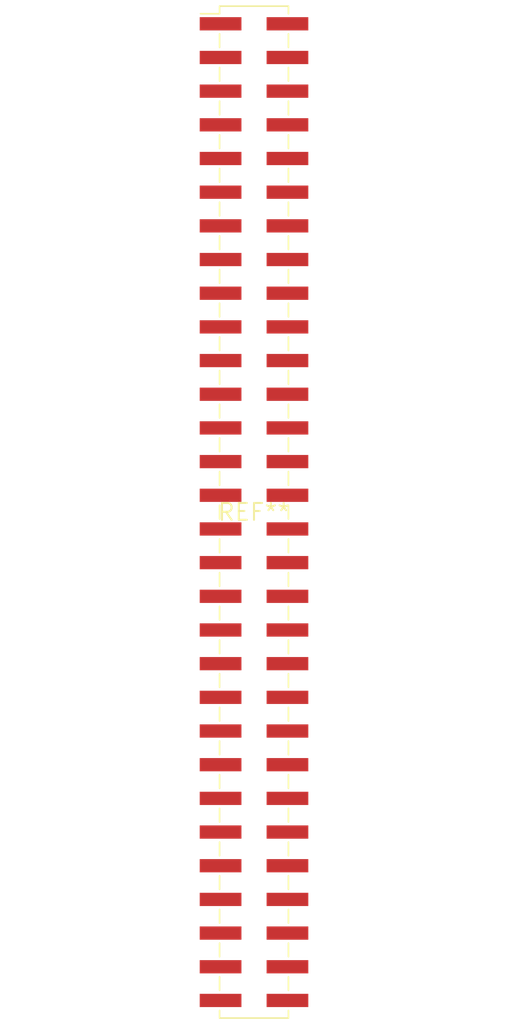
<source format=kicad_pcb>
(kicad_pcb (version 20240108) (generator pcbnew)
  (layers (0 "F.Cu" signal) (31 "B.Cu" signal) (34 "B.Paste" user) (35 "F.Paste" user) (36 "B.SilkS" user "B.Silkscreen") (37 "F.SilkS" user "F.Silkscreen") (38 "B.Mask" user) (39 "F.Mask" user) (44 "Edge.Cuts" user))
  (net 0 "")
  (footprint "PinHeader_2x30_P2.54mm_Vertical_SMD" (layer "F.Cu") (at 0 0)
    (property "Reference" "REF**")
    (property "Value" "PinHeader_2x30_P2.54mm_Vertical_SMD")
    (fp_line (start -4.04 -37.59) (end -2.6 -37.59) (layer "F.SilkS") (stroke (width 0.12)))
    (fp_line (start -2.6 -38.16) (end -2.6 -37.59) (layer "F.SilkS") (stroke (width 0.12)))
    (fp_line (start -2.6 -38.16) (end 2.6 -38.16) (layer "F.SilkS") (stroke (width 0.12)))
    (fp_line (start -2.6 -36.07) (end -2.6 -35.05) (layer "F.SilkS") (stroke (width 0.12)))
    (fp_line (start -2.6 -33.53) (end -2.6 -32.51) (layer "F.SilkS") (stroke (width 0.12)))
    (fp_line (start -2.6 -30.99) (end -2.6 -29.97) (layer "F.SilkS") (stroke (width 0.12)))
    (fp_line (start -2.6 -28.45) (end -2.6 -27.43) (layer "F.SilkS") (stroke (width 0.12)))
    (fp_line (start -2.6 -25.91) (end -2.6 -24.89) (layer "F.SilkS") (stroke (width 0.12)))
    (fp_line (start -2.6 -23.37) (end -2.6 -22.35) (layer "F.SilkS") (stroke (width 0.12)))
    (fp_line (start -2.6 -20.83) (end -2.6 -19.81) (layer "F.SilkS") (stroke (width 0.12)))
    (fp_line (start -2.6 -18.29) (end -2.6 -17.27) (layer "F.SilkS") (stroke (width 0.12)))
    (fp_line (start -2.6 -15.75) (end -2.6 -14.73) (layer "F.SilkS") (stroke (width 0.12)))
    (fp_line (start -2.6 -13.21) (end -2.6 -12.19) (layer "F.SilkS") (stroke (width 0.12)))
    (fp_line (start -2.6 -10.67) (end -2.6 -9.65) (layer "F.SilkS") (stroke (width 0.12)))
    (fp_line (start -2.6 -8.13) (end -2.6 -7.11) (layer "F.SilkS") (stroke (width 0.12)))
    (fp_line (start -2.6 -5.59) (end -2.6 -4.57) (layer "F.SilkS") (stroke (width 0.12)))
    (fp_line (start -2.6 -3.05) (end -2.6 -2.03) (layer "F.SilkS") (stroke (width 0.12)))
    (fp_line (start -2.6 -0.51) (end -2.6 0.51) (layer "F.SilkS") (stroke (width 0.12)))
    (fp_line (start -2.6 2.03) (end -2.6 3.05) (layer "F.SilkS") (stroke (width 0.12)))
    (fp_line (start -2.6 4.57) (end -2.6 5.59) (layer "F.SilkS") (stroke (width 0.12)))
    (fp_line (start -2.6 7.11) (end -2.6 8.13) (layer "F.SilkS") (stroke (width 0.12)))
    (fp_line (start -2.6 9.65) (end -2.6 10.67) (layer "F.SilkS") (stroke (width 0.12)))
    (fp_line (start -2.6 12.19) (end -2.6 13.21) (layer "F.SilkS") (stroke (width 0.12)))
    (fp_line (start -2.6 14.73) (end -2.6 15.75) (layer "F.SilkS") (stroke (width 0.12)))
    (fp_line (start -2.6 17.27) (end -2.6 18.29) (layer "F.SilkS") (stroke (width 0.12)))
    (fp_line (start -2.6 19.81) (end -2.6 20.83) (layer "F.SilkS") (stroke (width 0.12)))
    (fp_line (start -2.6 22.35) (end -2.6 23.37) (layer "F.SilkS") (stroke (width 0.12)))
    (fp_line (start -2.6 24.89) (end -2.6 25.91) (layer "F.SilkS") (stroke (width 0.12)))
    (fp_line (start -2.6 27.43) (end -2.6 28.45) (layer "F.SilkS") (stroke (width 0.12)))
    (fp_line (start -2.6 29.97) (end -2.6 30.99) (layer "F.SilkS") (stroke (width 0.12)))
    (fp_line (start -2.6 32.51) (end -2.6 33.53) (layer "F.SilkS") (stroke (width 0.12)))
    (fp_line (start -2.6 35.05) (end -2.6 36.07) (layer "F.SilkS") (stroke (width 0.12)))
    (fp_line (start -2.6 37.59) (end -2.6 38.16) (layer "F.SilkS") (stroke (width 0.12)))
    (fp_line (start -2.6 38.16) (end 2.6 38.16) (layer "F.SilkS") (stroke (width 0.12)))
    (fp_line (start 2.6 -38.16) (end 2.6 -37.59) (layer "F.SilkS") (stroke (width 0.12)))
    (fp_line (start 2.6 -36.07) (end 2.6 -35.05) (layer "F.SilkS") (stroke (width 0.12)))
    (fp_line (start 2.6 -33.53) (end 2.6 -32.51) (layer "F.SilkS") (stroke (width 0.12)))
    (fp_line (start 2.6 -30.99) (end 2.6 -29.97) (layer "F.SilkS") (stroke (width 0.12)))
    (fp_line (start 2.6 -28.45) (end 2.6 -27.43) (layer "F.SilkS") (stroke (width 0.12)))
    (fp_line (start 2.6 -25.91) (end 2.6 -24.89) (layer "F.SilkS") (stroke (width 0.12)))
    (fp_line (start 2.6 -23.37) (end 2.6 -22.35) (layer "F.SilkS") (stroke (width 0.12)))
    (fp_line (start 2.6 -20.83) (end 2.6 -19.81) (layer "F.SilkS") (stroke (width 0.12)))
    (fp_line (start 2.6 -18.29) (end 2.6 -17.27) (layer "F.SilkS") (stroke (width 0.12)))
    (fp_line (start 2.6 -15.75) (end 2.6 -14.73) (layer "F.SilkS") (stroke (width 0.12)))
    (fp_line (start 2.6 -13.21) (end 2.6 -12.19) (layer "F.SilkS") (stroke (width 0.12)))
    (fp_line (start 2.6 -10.67) (end 2.6 -9.65) (layer "F.SilkS") (stroke (width 0.12)))
    (fp_line (start 2.6 -8.13) (end 2.6 -7.11) (layer "F.SilkS") (stroke (width 0.12)))
    (fp_line (start 2.6 -5.59) (end 2.6 -4.57) (layer "F.SilkS") (stroke (width 0.12)))
    (fp_line (start 2.6 -3.05) (end 2.6 -2.03) (layer "F.SilkS") (stroke (width 0.12)))
    (fp_line (start 2.6 -0.51) (end 2.6 0.51) (layer "F.SilkS") (stroke (width 0.12)))
    (fp_line (start 2.6 2.03) (end 2.6 3.05) (layer "F.SilkS") (stroke (width 0.12)))
    (fp_line (start 2.6 4.57) (end 2.6 5.59) (layer "F.SilkS") (stroke (width 0.12)))
    (fp_line (start 2.6 7.11) (end 2.6 8.13) (layer "F.SilkS") (stroke (width 0.12)))
    (fp_line (start 2.6 9.65) (end 2.6 10.67) (layer "F.SilkS") (stroke (width 0.12)))
    (fp_line (start 2.6 12.19) (end 2.6 13.21) (layer "F.SilkS") (stroke (width 0.12)))
    (fp_line (start 2.6 14.73) (end 2.6 15.75) (layer "F.SilkS") (stroke (width 0.12)))
    (fp_line (start 2.6 17.27) (end 2.6 18.29) (layer "F.SilkS") (stroke (width 0.12)))
    (fp_line (start 2.6 19.81) (end 2.6 20.83) (layer "F.SilkS") (stroke (width 0.12)))
    (fp_line (start 2.6 22.35) (end 2.6 23.37) (layer "F.SilkS") (stroke (width 0.12)))
    (fp_line (start 2.6 24.89) (end 2.6 25.91) (layer "F.SilkS") (stroke (width 0.12)))
    (fp_line (start 2.6 27.43) (end 2.6 28.45) (layer "F.SilkS") (stroke (width 0.12)))
    (fp_line (start 2.6 29.97) (end 2.6 30.99) (layer "F.SilkS") (stroke (width 0.12)))
    (fp_line (start 2.6 32.51) (end 2.6 33.53) (layer "F.SilkS") (stroke (width 0.12)))
    (fp_line (start 2.6 35.05) (end 2.6 36.07) (layer "F.SilkS") (stroke (width 0.12)))
    (fp_line (start 2.6 37.59) (end 2.6 38.16) (layer "F.SilkS") (stroke (width 0.12)))
    (pad "1" smd rect (at -2.525 -36.83) (size 3.15 1) (layers "F.Cu" "F.Paste" "F.Mask"))
    (pad "2" smd rect (at 2.525 -36.83) (size 3.15 1) (layers "F.Cu" "F.Paste" "F.Mask"))
    (pad "3" smd rect (at -2.525 -34.29) (size 3.15 1) (layers "F.Cu" "F.Paste" "F.Mask"))
    (pad "4" smd rect (at 2.525 -34.29) (size 3.15 1) (layers "F.Cu" "F.Paste" "F.Mask"))
    (pad "5" smd rect (at -2.525 -31.75) (size 3.15 1) (layers "F.Cu" "F.Paste" "F.Mask"))
    (pad "6" smd rect (at 2.525 -31.75) (size 3.15 1) (layers "F.Cu" "F.Paste" "F.Mask"))
    (pad "7" smd rect (at -2.525 -29.21) (size 3.15 1) (layers "F.Cu" "F.Paste" "F.Mask"))
    (pad "8" smd rect (at 2.525 -29.21) (size 3.15 1) (layers "F.Cu" "F.Paste" "F.Mask"))
    (pad "9" smd rect (at -2.525 -26.67) (size 3.15 1) (layers "F.Cu" "F.Paste" "F.Mask"))
    (pad "10" smd rect (at 2.525 -26.67) (size 3.15 1) (layers "F.Cu" "F.Paste" "F.Mask"))
    (pad "11" smd rect (at -2.525 -24.13) (size 3.15 1) (layers "F.Cu" "F.Paste" "F.Mask"))
    (pad "12" smd rect (at 2.525 -24.13) (size 3.15 1) (layers "F.Cu" "F.Paste" "F.Mask"))
    (pad "13" smd rect (at -2.525 -21.59) (size 3.15 1) (layers "F.Cu" "F.Paste" "F.Mask"))
    (pad "14" smd rect (at 2.525 -21.59) (size 3.15 1) (layers "F.Cu" "F.Paste" "F.Mask"))
    (pad "15" smd rect (at -2.525 -19.05) (size 3.15 1) (layers "F.Cu" "F.Paste" "F.Mask"))
    (pad "16" smd rect (at 2.525 -19.05) (size 3.15 1) (layers "F.Cu" "F.Paste" "F.Mask"))
    (pad "17" smd rect (at -2.525 -16.51) (size 3.15 1) (layers "F.Cu" "F.Paste" "F.Mask"))
    (pad "18" smd rect (at 2.525 -16.51) (size 3.15 1) (layers "F.Cu" "F.Paste" "F.Mask"))
    (pad "19" smd rect (at -2.525 -13.97) (size 3.15 1) (layers "F.Cu" "F.Paste" "F.Mask"))
    (pad "20" smd rect (at 2.525 -13.97) (size 3.15 1) (layers "F.Cu" "F.Paste" "F.Mask"))
    (pad "21" smd rect (at -2.525 -11.43) (size 3.15 1) (layers "F.Cu" "F.Paste" "F.Mask"))
    (pad "22" smd rect (at 2.525 -11.43) (size 3.15 1) (layers "F.Cu" "F.Paste" "F.Mask"))
    (pad "23" smd rect (at -2.525 -8.89) (size 3.15 1) (layers "F.Cu" "F.Paste" "F.Mask"))
    (pad "24" smd rect (at 2.525 -8.89) (size 3.15 1) (layers "F.Cu" "F.Paste" "F.Mask"))
    (pad "25" smd rect (at -2.525 -6.35) (size 3.15 1) (layers "F.Cu" "F.Paste" "F.Mask"))
    (pad "26" smd rect (at 2.525 -6.35) (size 3.15 1) (layers "F.Cu" "F.Paste" "F.Mask"))
    (pad "27" smd rect (at -2.525 -3.81) (size 3.15 1) (layers "F.Cu" "F.Paste" "F.Mask"))
    (pad "28" smd rect (at 2.525 -3.81) (size 3.15 1) (layers "F.Cu" "F.Paste" "F.Mask"))
    (pad "29" smd rect (at -2.525 -1.27) (size 3.15 1) (layers "F.Cu" "F.Paste" "F.Mask"))
    (pad "30" smd rect (at 2.525 -1.27) (size 3.15 1) (layers "F.Cu" "F.Paste" "F.Mask"))
    (pad "31" smd rect (at -2.525 1.27) (size 3.15 1) (layers "F.Cu" "F.Paste" "F.Mask"))
    (pad "32" smd rect (at 2.525 1.27) (size 3.15 1) (layers "F.Cu" "F.Paste" "F.Mask"))
    (pad "33" smd rect (at -2.525 3.81) (size 3.15 1) (layers "F.Cu" "F.Paste" "F.Mask"))
    (pad "34" smd rect (at 2.525 3.81) (size 3.15 1) (layers "F.Cu" "F.Paste" "F.Mask"))
    (pad "35" smd rect (at -2.525 6.35) (size 3.15 1) (layers "F.Cu" "F.Paste" "F.Mask"))
    (pad "36" smd rect (at 2.525 6.35) (size 3.15 1) (layers "F.Cu" "F.Paste" "F.Mask"))
    (pad "37" smd rect (at -2.525 8.89) (size 3.15 1) (layers "F.Cu" "F.Paste" "F.Mask"))
    (pad "38" smd rect (at 2.525 8.89) (size 3.15 1) (layers "F.Cu" "F.Paste" "F.Mask"))
    (pad "39" smd rect (at -2.525 11.43) (size 3.15 1) (layers "F.Cu" "F.Paste" "F.Mask"))
    (pad "40" smd rect (at 2.525 11.43) (size 3.15 1) (layers "F.Cu" "F.Paste" "F.Mask"))
    (pad "41" smd rect (at -2.525 13.97) (size 3.15 1) (layers "F.Cu" "F.Paste" "F.Mask"))
    (pad "42" smd rect (at 2.525 13.97) (size 3.15 1) (layers "F.Cu" "F.Paste" "F.Mask"))
    (pad "43" smd rect (at -2.525 16.51) (size 3.15 1) (layers "F.Cu" "F.Paste" "F.Mask"))
    (pad "44" smd rect (at 2.525 16.51) (size 3.15 1) (layers "F.Cu" "F.Paste" "F.Mask"))
    (pad "45" smd rect (at -2.525 19.05) (size 3.15 1) (layers "F.Cu" "F.Paste" "F.Mask"))
    (pad "46" smd rect (at 2.525 19.05) (size 3.15 1) (layers "F.Cu" "F.Paste" "F.Mask"))
    (pad "47" smd rect (at -2.525 21.59) (size 3.15 1) (layers "F.Cu" "F.Paste" "F.Mask"))
    (pad "48" smd rect (at 2.525 21.59) (size 3.15 1) (layers "F.Cu" "F.Paste" "F.Mask"))
    (pad "49" smd rect (at -2.525 24.13) (size 3.15 1) (layers "F.Cu" "F.Paste" "F.Mask"))
    (pad "50" smd rect (at 2.525 24.13) (size 3.15 1) (layers "F.Cu" "F.Paste" "F.Mask"))
    (pad "51" smd rect (at -2.525 26.67) (size 3.15 1) (layers "F.Cu" "F.Paste" "F.Mask"))
    (pad "52" smd rect (at 2.525 26.67) (size 3.15 1) (layers "F.Cu" "F.Paste" "F.Mask"))
    (pad "53" smd rect (at -2.525 29.21) (size 3.15 1) (layers "F.Cu" "F.Paste" "F.Mask"))
    (pad "54" smd rect (at 2.525 29.21) (size 3.15 1) (layers "F.Cu" "F.Paste" "F.Mask"))
    (pad "55" smd rect (at -2.525 31.75) (size 3.15 1) (layers "F.Cu" "F.Paste" "F.Mask"))
    (pad "56" smd rect (at 2.525 31.75) (size 3.15 1) (layers "F.Cu" "F.Paste" "F.Mask"))
    (pad "57" smd rect (at -2.525 34.29) (size 3.15 1) (layers "F.Cu" "F.Paste" "F.Mask"))
    (pad "58" smd rect (at 2.525 34.29) (size 3.15 1) (layers "F.Cu" "F.Paste" "F.Mask"))
    (pad "59" smd rect (at -2.525 36.83) (size 3.15 1) (layers "F.Cu" "F.Paste" "F.Mask"))
    (pad "60" smd rect (at 2.525 36.83) (size 3.15 1) (layers "F.Cu" "F.Paste" "F.Mask"))
  )
)
</source>
